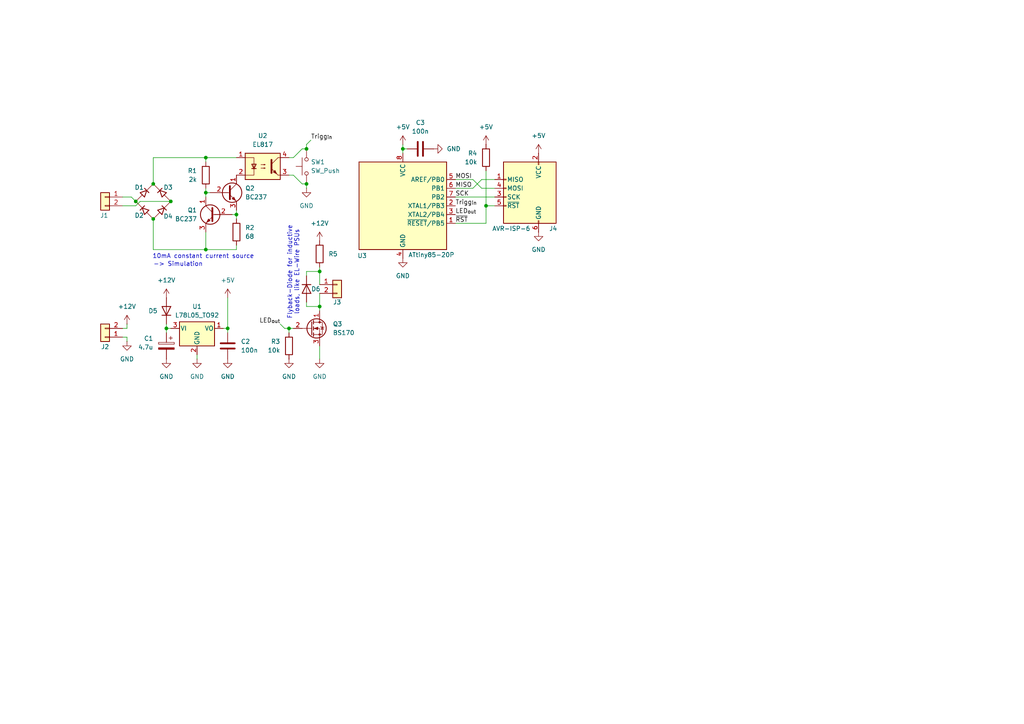
<source format=kicad_sch>
(kicad_sch (version 20231120) (generator "eeschema") (generator_version "8.0")
  (paper "A4")
  (lib_symbols
    (symbol "Connector:AVR-ISP-6" (pin_names (offset 1.016))
      (property "Reference" "J" (at -6.35 11.43 0))
      (property "Value" "AVR-ISP-6" (at 0 11.43 0))
      (symbol "AVR-ISP-6_0_1"
        (rectangle (start -2.667 -6.858) (end -2.413 -7.62))
        (rectangle (start -2.667 10.16) (end -2.413 9.398))
        (rectangle (start 7.62 -2.413) (end 6.858 -2.667))
        (rectangle (start 7.62 0.127) (end 6.858 -0.127))
        (rectangle (start 7.62 2.667) (end 6.858 2.413))
        (rectangle (start 7.62 5.207) (end 6.858 4.953))
        (rectangle (start 7.62 10.16) (end -7.62 -7.62) (stroke (width 0.254)) (fill (type background)))
      )
      (symbol "AVR-ISP-6_1_1"
        (pin passive line (at 10.16 5.08 180) (length 2.54) (name "MISO") (number "1"))
        (pin passive line (at -2.54 12.7 270) (length 2.54) (name "VCC") (number "2"))
        (pin passive line (at 10.16 0 180) (length 2.54) (name "SCK") (number "3"))
        (pin passive line (at 10.16 2.54 180) (length 2.54) (name "MOSI") (number "4"))
        (pin passive line (at 10.16 -2.54 180) (length 2.54) (name "~{RST}") (number "5"))
        (pin passive line (at -2.54 -10.16 90) (length 2.54) (name "GND") (number "6"))
      )
    )
    (symbol "Connector_Generic:Conn_01x02" (pin_names (offset 1.016) hide)
      (property "Reference" "J" (at 0 2.54 0))
      (property "Value" "Conn_01x02" (at 0 -5.08 0))
      (symbol "Conn_01x02_1_1"
        (rectangle (start -1.27 -2.413) (end 0 -2.667) (stroke (width 0.1524)))
        (rectangle (start -1.27 0.127) (end 0 -0.127) (stroke (width 0.1524)))
        (rectangle (start -1.27 1.27) (end 1.27 -3.81) (stroke (width 0.254)) (fill (type background)))
        (pin passive line (at -5.08 0 0) (length 3.81) (name "Pin_1") (number "1"))
        (pin passive line (at -5.08 -2.54 0) (length 3.81) (name "Pin_2") (number "2"))
      )
    )
    (symbol "Device:C" (pin_numbers hide) (pin_names (offset 0.254))
      (property "Reference" "C" (at 0.635 2.54 0))
      (property "Value" "C" (at 0.635 -2.54 0))
      (symbol "C_0_1"
        (polyline (pts (xy -2.032 -0.762) (xy 2.032 -0.762)) (stroke (width 0.508)))
        (polyline (pts (xy -2.032 0.762) (xy 2.032 0.762)) (stroke (width 0.508)))
      )
      (symbol "C_1_1"
        (pin passive line (at 0 3.81 270) (length 2.794) (name "~") (number "1"))
        (pin passive line (at 0 -3.81 90) (length 2.794) (name "~") (number "2"))
      )
    )
    (symbol "Device:C_Polarized" (pin_numbers hide) (pin_names (offset 0.254))
      (property "Reference" "C" (at 0.635 2.54 0))
      (property "Value" "C_Polarized" (at 0.635 -2.54 0))
      (symbol "C_Polarized_0_1"
        (rectangle (start -2.286 0.508) (end 2.286 1.016))
        (polyline (pts (xy -1.778 2.286) (xy -0.762 2.286)))
        (polyline (pts (xy -1.27 2.794) (xy -1.27 1.778)))
        (rectangle (start 2.286 -0.508) (end -2.286 -1.016) (fill (type outline)))
      )
      (symbol "C_Polarized_1_1"
        (pin passive line (at 0 3.81 270) (length 2.794) (name "~") (number "1"))
        (pin passive line (at 0 -3.81 90) (length 2.794) (name "~") (number "2"))
      )
    )
    (symbol "Device:D" (pin_numbers hide) (pin_names (offset 1.016) hide)
      (property "Reference" "D" (at 0 2.54 0))
      (property "Value" "D" (at 0 -2.54 0))
      (symbol "D_0_1"
        (polyline (pts (xy -1.27 1.27) (xy -1.27 -1.27)) (stroke (width 0.254)))
        (polyline (pts (xy 1.27 0) (xy -1.27 0)))
        (polyline (pts (xy 1.27 1.27) (xy 1.27 -1.27) (xy -1.27 0) (xy 1.27 1.27)) (stroke (width 0.254)))
      )
      (symbol "D_1_1"
        (pin passive line (at -3.81 0 0) (length 2.54) (name "K") (number "1"))
        (pin passive line (at 3.81 0 180) (length 2.54) (name "A") (number "2"))
      )
    )
    (symbol "Device:D_45deg" (pin_numbers hide) (pin_names (offset 0) hide)
      (property "Reference" "D" (at 1.27 2.54 0))
      (property "Value" "D_45deg" (at 1.27 0 0))
      (symbol "D_45deg_0_1"
        (polyline (pts (xy -0.635 0.635) (xy -2.54 2.54)))
        (polyline (pts (xy 0 -1.27) (xy 1.27 0)) (stroke (width 0.254)))
        (polyline (pts (xy 2.54 -2.54) (xy 0.635 -0.635)))
        (polyline (pts (xy -1.27 0) (xy 0 1.27) (xy 0.635 -0.635) (xy -1.27 0)) (stroke (width 0.254)))
      )
      (symbol "D_45deg_1_1"
        (pin passive line (at 2.54 -2.54 180) (length 0) (name "K") (number "1"))
        (pin passive line (at -2.54 2.54 0) (length 0) (name "A") (number "2"))
      )
    )
    (symbol "Device:R" (pin_numbers hide) (pin_names (offset 0))
      (property "Reference" "R" (at 2.032 0 90))
      (property "Value" "R" (at 0 0 90))
      (symbol "R_0_1"
        (rectangle (start -1.016 -2.54) (end 1.016 2.54) (stroke (width 0.254)))
      )
      (symbol "R_1_1"
        (pin passive line (at 0 3.81 270) (length 1.27) (name "~") (number "1"))
        (pin passive line (at 0 -3.81 90) (length 1.27) (name "~") (number "2"))
      )
    )
    (symbol "Isolator:EL817" (pin_names (offset 1.016))
      (property "Reference" "U" (at -5.08 5.08 0))
      (property "Value" "EL817" (at 0 5.08 0))
      (symbol "EL817_0_1"
        (rectangle (start -5.08 3.81) (end 5.08 -3.81) (stroke (width 0.254)) (fill (type background)))
        (polyline (pts (xy -3.175 -0.635) (xy -1.905 -0.635)) (stroke (width 0.254)))
        (polyline (pts (xy 2.54 0.635) (xy 4.445 2.54)))
        (polyline (pts (xy 4.445 -2.54) (xy 2.54 -0.635)) (fill (type outline)))
        (polyline (pts (xy 4.445 -2.54) (xy 5.08 -2.54)))
        (polyline (pts (xy 4.445 2.54) (xy 5.08 2.54)))
        (polyline (pts (xy -5.08 2.54) (xy -2.54 2.54) (xy -2.54 -0.635)))
        (polyline (pts (xy -2.54 -0.635) (xy -2.54 -2.54) (xy -5.08 -2.54)))
        (polyline (pts (xy 2.54 1.905) (xy 2.54 -1.905) (xy 2.54 -1.905)) (stroke (width 0.508)))
        (polyline (pts (xy -2.54 -0.635) (xy -3.175 0.635) (xy -1.905 0.635) (xy -2.54 -0.635)) (stroke (width 0.254)))
        (polyline (pts (xy -0.508 -0.508) (xy 0.762 -0.508) (xy 0.381 -0.635) (xy 0.381 -0.381) (xy 0.762 -0.508)))
        (polyline (pts (xy -0.508 0.508) (xy 0.762 0.508) (xy 0.381 0.381) (xy 0.381 0.635) (xy 0.762 0.508)))
        (polyline (pts (xy 3.048 -1.651) (xy 3.556 -1.143) (xy 4.064 -2.159) (xy 3.048 -1.651) (xy 3.048 -1.651)) (fill (type outline)))
      )
      (symbol "EL817_1_1"
        (pin passive line (at -7.62 2.54 0) (length 2.54) (name "~") (number "1"))
        (pin passive line (at -7.62 -2.54 0) (length 2.54) (name "~") (number "2"))
        (pin passive line (at 7.62 -2.54 180) (length 2.54) (name "~") (number "3"))
        (pin passive line (at 7.62 2.54 180) (length 2.54) (name "~") (number "4"))
      )
    )
    (symbol "MCU_Microchip_ATtiny:ATtiny85-20P"
      (property "Reference" "U" (at -12.7 13.97 0))
      (property "Value" "ATtiny85-20P" (at 2.54 -13.97 0))
      (symbol "ATtiny85-20P_0_1"
        (rectangle (start -12.7 -12.7) (end 12.7 12.7) (stroke (width 0.254)) (fill (type background)))
      )
      (symbol "ATtiny85-20P_1_1"
        (pin bidirectional line (at 15.24 -5.08 180) (length 2.54) (name "~{RESET}/PB5") (number "1"))
        (pin bidirectional line (at 15.24 0 180) (length 2.54) (name "XTAL1/PB3") (number "2"))
        (pin bidirectional line (at 15.24 -2.54 180) (length 2.54) (name "XTAL2/PB4") (number "3"))
        (pin power_in line (at 0 -15.24 90) (length 2.54) (name "GND") (number "4"))
        (pin bidirectional line (at 15.24 7.62 180) (length 2.54) (name "AREF/PB0") (number "5"))
        (pin bidirectional line (at 15.24 5.08 180) (length 2.54) (name "PB1") (number "6"))
        (pin bidirectional line (at 15.24 2.54 180) (length 2.54) (name "PB2") (number "7"))
        (pin power_in line (at 0 15.24 270) (length 2.54) (name "VCC") (number "8"))
      )
    )
    (symbol "Regulator_Linear:L78L05_TO92" (pin_names (offset 0.254))
      (property "Reference" "U" (at -3.81 3.175 0))
      (property "Value" "L78L05_TO92" (at 0 3.175 0))
      (symbol "L78L05_TO92_0_1"
        (rectangle (start -5.08 -5.08) (end 5.08 1.905) (stroke (width 0.254)) (fill (type background)))
      )
      (symbol "L78L05_TO92_1_1"
        (pin power_out line (at 7.62 0 180) (length 2.54) (name "VO") (number "1"))
        (pin power_in line (at 0 -7.62 90) (length 2.54) (name "GND") (number "2"))
        (pin power_in line (at -7.62 0 0) (length 2.54) (name "VI") (number "3"))
      )
    )
    (symbol "Switch:SW_Push" (pin_numbers hide) (pin_names (offset 1.016) hide)
      (property "Reference" "SW" (at 1.27 2.54 0))
      (property "Value" "SW_Push" (at 0 -1.524 0))
      (symbol "SW_Push_0_1"
        (circle (center -2.032 0) (radius 0.508))
        (polyline (pts (xy 0 1.27) (xy 0 3.048)))
        (polyline (pts (xy 2.54 1.27) (xy -2.54 1.27)))
        (circle (center 2.032 0) (radius 0.508))
        (pin passive line (at -5.08 0 0) (length 2.54) (name "1") (number "1"))
        (pin passive line (at 5.08 0 180) (length 2.54) (name "2") (number "2"))
      )
    )
    (symbol "Transistor_BJT:BC237" (pin_names (offset 0) hide)
      (property "Reference" "Q" (at 5.08 1.905 0))
      (property "Value" "BC237" (at 5.08 0 0))
      (symbol "BC237_0_1"
        (polyline (pts (xy 0 0) (xy 0.635 0)))
        (polyline (pts (xy 0.635 0.635) (xy 2.54 2.54)))
        (polyline (pts (xy 0.635 -0.635) (xy 2.54 -2.54) (xy 2.54 -2.54)))
        (polyline (pts (xy 0.635 1.905) (xy 0.635 -1.905) (xy 0.635 -1.905)) (stroke (width 0.508)))
        (polyline (pts (xy 1.27 -1.778) (xy 1.778 -1.27) (xy 2.286 -2.286) (xy 1.27 -1.778) (xy 1.27 -1.778)) (fill (type outline)))
        (circle (center 1.27 0) (radius 2.8194) (stroke (width 0.254)))
      )
      (symbol "BC237_1_1"
        (pin passive line (at 2.54 5.08 270) (length 2.54) (name "C") (number "1"))
        (pin input line (at -5.08 0 0) (length 5.08) (name "B") (number "2"))
        (pin passive line (at 2.54 -5.08 90) (length 2.54) (name "E") (number "3"))
      )
    )
    (symbol "Transistor_FET:BS170" (pin_names hide)
      (property "Reference" "Q" (at 5.08 1.905 0))
      (property "Value" "BS170" (at 5.08 0 0))
      (symbol "BS170_0_1"
        (polyline (pts (xy 0.254 0) (xy -2.54 0)))
        (polyline (pts (xy 0.254 1.905) (xy 0.254 -1.905)) (stroke (width 0.254)))
        (polyline (pts (xy 0.762 -1.27) (xy 0.762 -2.286)) (stroke (width 0.254)))
        (polyline (pts (xy 0.762 0.508) (xy 0.762 -0.508)) (stroke (width 0.254)))
        (polyline (pts (xy 0.762 2.286) (xy 0.762 1.27)) (stroke (width 0.254)))
        (polyline (pts (xy 2.54 2.54) (xy 2.54 1.778)))
        (polyline (pts (xy 2.54 -2.54) (xy 2.54 0) (xy 0.762 0)))
        (polyline (pts (xy 0.762 -1.778) (xy 3.302 -1.778) (xy 3.302 1.778) (xy 0.762 1.778)))
        (polyline (pts (xy 1.016 0) (xy 2.032 0.381) (xy 2.032 -0.381) (xy 1.016 0)) (fill (type outline)))
        (polyline (pts (xy 2.794 0.508) (xy 2.921 0.381) (xy 3.683 0.381) (xy 3.81 0.254)))
        (polyline (pts (xy 3.302 0.381) (xy 2.921 -0.254) (xy 3.683 -0.254) (xy 3.302 0.381)))
        (circle (center 1.651 0) (radius 2.794) (stroke (width 0.254)))
        (circle (center 2.54 -1.778) (radius 0.254) (fill (type outline)))
        (circle (center 2.54 1.778) (radius 0.254) (fill (type outline)))
      )
      (symbol "BS170_1_1"
        (pin passive line (at 2.54 5.08 270) (length 2.54) (name "D") (number "1"))
        (pin input line (at -5.08 0 0) (length 2.54) (name "G") (number "2"))
        (pin passive line (at 2.54 -5.08 90) (length 2.54) (name "S") (number "3"))
      )
    )
    (symbol "power:+12V" (power) (pin_numbers hide) (pin_names (offset 0) hide)
      (property "Value" "+12V" (at 0 3.556 0))
      (symbol "+12V_0_1"
        (polyline (pts (xy -0.762 1.27) (xy 0 2.54)))
        (polyline (pts (xy 0 0) (xy 0 2.54)))
        (polyline (pts (xy 0 2.54) (xy 0.762 1.27)))
      )
      (symbol "+12V_1_1"
        (pin power_in line (at 0 0 90) (length 0) (name "~") (number "1"))
      )
    )
    (symbol "power:+5V" (power) (pin_numbers hide) (pin_names (offset 0) hide)
      (property "Value" "+5V" (at 0 3.556 0))
      (symbol "+5V_0_1"
        (polyline (pts (xy -0.762 1.27) (xy 0 2.54)))
        (polyline (pts (xy 0 0) (xy 0 2.54)))
        (polyline (pts (xy 0 2.54) (xy 0.762 1.27)))
      )
      (symbol "+5V_1_1"
        (pin power_in line (at 0 0 90) (length 0) (name "~") (number "1"))
      )
    )
    (symbol "power:GND" (power) (pin_numbers hide) (pin_names (offset 0) hide)
      (property "Value" "GND" (at 0 -3.81 0))
      (symbol "GND_0_1"
        (polyline (pts (xy 0 0) (xy 0 -1.27) (xy 1.27 -1.27) (xy 0 -2.54) (xy -1.27 -1.27) (xy 0 -1.27)))
      )
      (symbol "GND_1_1"
        (pin power_in line (at 0 0 270) (length 0) (name "~") (number "1"))
      )
    )
  )
  (junction (at 44.45 63.5))
  (junction (at 49.53 58.42))
  (junction (at 48.26 95.25))
  (junction (at 140.97 59.69))
  (junction (at 59.69 45.72))
  (junction (at 83.82 95.25))
  (junction (at 92.71 78.74))
  (junction (at 88.9 43.18))
  (junction (at 116.84 43.18))
  (junction (at 39.37 58.42))
  (junction (at 68.58 62.23))
  (junction (at 88.9 53.34))
  (junction (at 44.45 53.34))
  (junction (at 59.69 55.88))
  (junction (at 59.69 72.39))
  (junction (at 92.71 88.9))
  (junction (at 66.04 95.25))
  (wire (pts (xy 83.82 95.25) (xy 85.09 95.25)))
  (wire (pts (xy 44.45 63.5) (xy 44.45 72.39)))
  (wire (pts (xy 35.56 95.25) (xy 36.83 95.25)))
  (wire (pts (xy 92.71 104.14) (xy 92.71 100.33)))
  (wire (pts (xy 64.77 95.25) (xy 66.04 95.25)))
  (wire (pts (xy 36.83 97.79) (xy 35.56 97.79)))
  (wire (pts (xy 36.83 99.06) (xy 36.83 97.79)))
  (wire (pts (xy 44.45 53.34) (xy 44.45 45.72)))
  (wire (pts (xy 68.58 60.96) (xy 68.58 62.23)))
  (wire (pts (xy 82.55 95.25) (xy 81.28 93.98)))
  (wire (pts (xy 48.26 95.25) (xy 49.53 95.25)))
  (wire (pts (xy 116.84 41.91) (xy 116.84 43.18)))
  (wire (pts (xy 92.71 77.47) (xy 92.71 78.74)))
  (wire (pts (xy 83.82 50.8) (xy 85.09 50.8)))
  (wire (pts (xy 132.08 64.77) (xy 140.97 64.77)))
  (wire (pts (xy 83.82 96.52) (xy 83.82 95.25)))
  (wire (pts (xy 88.9 53.34) (xy 88.9 54.61)))
  (wire (pts (xy 83.82 45.72) (xy 85.09 45.72)))
  (wire (pts (xy 139.7 52.07) (xy 137.16 54.61)))
  (wire (pts (xy 132.08 52.07) (xy 137.16 52.07)))
  (wire (pts (xy 59.69 46.99) (xy 59.69 45.72)))
  (wire (pts (xy 66.04 86.36) (xy 66.04 95.25)))
  (wire (pts (xy 59.69 55.88) (xy 59.69 57.15)))
  (wire (pts (xy 88.9 87.63) (xy 88.9 88.9)))
  (wire (pts (xy 40.64 58.42) (xy 49.53 58.42)))
  (wire (pts (xy 140.97 59.69) (xy 140.97 64.77)))
  (wire (pts (xy 59.69 45.72) (xy 68.58 45.72)))
  (wire (pts (xy 88.9 78.74) (xy 88.9 80.01)))
  (wire (pts (xy 44.45 45.72) (xy 59.69 45.72)))
  (wire (pts (xy 92.71 78.74) (xy 92.71 82.55)))
  (wire (pts (xy 132.08 57.15) (xy 143.51 57.15)))
  (wire (pts (xy 88.9 41.91) (xy 88.9 43.18)))
  (wire (pts (xy 68.58 71.12) (xy 68.58 72.39)))
  (wire (pts (xy 88.9 41.91) (xy 90.17 40.64)))
  (wire (pts (xy 87.63 53.34) (xy 88.9 53.34)))
  (wire (pts (xy 68.58 72.39) (xy 59.69 72.39)))
  (wire (pts (xy 82.55 95.25) (xy 83.82 95.25)))
  (wire (pts (xy 48.26 93.98) (xy 48.26 95.25)))
  (wire (pts (xy 139.7 54.61) (xy 143.51 54.61)))
  (wire (pts (xy 68.58 62.23) (xy 68.58 63.5)))
  (wire (pts (xy 59.69 55.88) (xy 60.96 55.88)))
  (wire (pts (xy 39.37 59.69) (xy 40.64 58.42)))
  (wire (pts (xy 92.71 85.09) (xy 92.71 88.9)))
  (wire (pts (xy 116.84 43.18) (xy 116.84 44.45)))
  (wire (pts (xy 35.56 59.69) (xy 39.37 59.69)))
  (wire (pts (xy 35.56 57.15) (xy 38.1 57.15)))
  (wire (pts (xy 59.69 72.39) (xy 59.69 67.31)))
  (wire (pts (xy 59.69 54.61) (xy 59.69 55.88)))
  (wire (pts (xy 44.45 72.39) (xy 59.69 72.39)))
  (wire (pts (xy 139.7 54.61) (xy 137.16 52.07)))
  (wire (pts (xy 139.7 52.07) (xy 143.51 52.07)))
  (wire (pts (xy 118.11 43.18) (xy 116.84 43.18)))
  (wire (pts (xy 88.9 78.74) (xy 92.71 78.74)))
  (wire (pts (xy 85.09 50.8) (xy 87.63 53.34)))
  (wire (pts (xy 66.04 95.25) (xy 66.04 96.52)))
  (wire (pts (xy 67.31 62.23) (xy 68.58 62.23)))
  (wire (pts (xy 140.97 49.53) (xy 140.97 59.69)))
  (wire (pts (xy 85.09 45.72) (xy 87.63 43.18)))
  (wire (pts (xy 48.26 95.25) (xy 48.26 96.52)))
  (wire (pts (xy 132.08 54.61) (xy 137.16 54.61)))
  (wire (pts (xy 88.9 88.9) (xy 92.71 88.9)))
  (wire (pts (xy 36.83 95.25) (xy 36.83 93.98)))
  (wire (pts (xy 140.97 59.69) (xy 143.51 59.69)))
  (wire (pts (xy 87.63 43.18) (xy 88.9 43.18)))
  (wire (pts (xy 92.71 88.9) (xy 92.71 90.17)))
  (wire (pts (xy 57.15 104.14) (xy 57.15 102.87)))
  (wire (pts (xy 38.1 57.15) (xy 39.37 58.42)))
  (text "Flyback-Diode for inductive\nloads, like EL-Wire PSUs" (at 85.09 78.994 90) (effects (font (size 1.27 1.27))))
  (text "-> Simulation" (at 44.45 76.708 0) (effects (font (size 1.27 1.27)) (justify left)))
  (text "10mA constant current source" (at 44.196 74.422 0) (effects (font (size 1.27 1.27)) (justify left)))
  (label "LED_{out}" (at 81.28 93.98 180))
  (label "LED_{out}" (at 132.08 62.23 0))
  (label "Trigg_{in}" (at 132.08 59.69 0))
  (label "MOSI" (at 132.08 52.07 0))
  (label "MISO" (at 132.08 54.61 0))
  (label "SCK" (at 132.08 57.15 0))
  (label "~{RST}" (at 132.08 64.77 0))
  (label "Trigg_{in}" (at 90.17 40.64 0))
  (symbol (lib_id "Device:C") (at 121.92 43.18 90) (unit 1)
    (property "Reference" "C3" (at 121.92 35.56 90))
    (property "Value" "100n" (at 121.92 38.1 90))
    (property "Footprint" "Resistor_THT:R_Axial_DIN0207_L6.3mm_D2.5mm_P10.16mm_Horizontal" (effects (hide yes)))
    (property "Description" "Unpolarized capacitor" (effects (hide yes)))
  )
  (symbol (lib_id "Device:R") (at 83.82 100.33 0) (mirror y) (unit 1)
    (property "Reference" "R3" (at 81.28 99.0599 0) (effects (justify left)))
    (property "Value" "10k" (at 81.28 101.5999 0) (effects (justify left)))
    (property "Footprint" "Resistor_THT:R_Axial_DIN0207_L6.3mm_D2.5mm_P10.16mm_Horizontal" (effects (hide yes)))
    (property "Description" "Resistor" (effects (hide yes)))
  )
  (symbol (lib_id "Device:C") (at 66.04 100.33 180) (unit 1)
    (property "Reference" "C2" (at 69.85 99.0599 0) (effects (justify right)))
    (property "Value" "100n" (at 69.85 101.5999 0) (effects (justify right)))
    (property "Footprint" "Capacitor_THT:C_Disc_D3.0mm_W2.0mm_P2.50mm" (effects (hide yes)))
    (property "Description" "Unpolarized capacitor" (effects (hide yes)))
  )
  (symbol (lib_id "power:GND") (at 48.26 104.14 0) (unit 1)
    (property "Reference" "#PWR04" (effects (hide yes)))
    (property "Value" "GND" (at 48.26 109.22 0))
    (property "Description" "Power symbol creates a global label with name \"GND\" , ground" (effects (hide yes)))
  )
  (symbol (lib_id "Device:D_45deg") (at 46.99 55.88 180) (unit 1)
    (property "Reference" "D3" (at 48.768 54.356 0))
    (property "Value" "D_45deg" (effects (hide yes)))
    (property "Footprint" "Diode_THT:D_A-405_P7.62mm_Horizontal" (effects (hide yes)))
    (property "Description" "Diode, rotated by 45°" (effects (hide yes)))
    (property "Sim.Device" "D" (effects (hide yes)))
    (property "Sim.Pins" "1=K 2=A" (effects (hide yes)))
  )
  (symbol (lib_id "Regulator_Linear:L78L05_TO92") (at 57.15 95.25 0) (unit 1)
    (property "Reference" "U1" (at 57.15 88.9 0))
    (property "Value" "L78L05_TO92" (at 57.15 91.44 0))
    (property "Footprint" "Package_TO_SOT_THT:TO-92_Inline_Wide" (effects (hide yes)))
    (property "Datasheet" "http://www.st.com/content/ccc/resource/technical/document/datasheet/15/55/e5/aa/23/5b/43/fd/CD00000446.pdf/files/CD00000446.pdf/jcr:content/translations/en.CD00000446.pdf" (effects (hide yes)))
    (property "Description" "Positive 100mA 30V Linear Regulator, Fixed Output 5V, TO-92" (effects (hide yes)))
  )
  (symbol (lib_id "Device:D") (at 48.26 90.17 270) (mirror x) (unit 1)
    (property "Reference" "D5" (at 45.72 90.17 90) (effects (justify right)))
    (property "Value" "D" (effects (hide yes)))
    (property "Footprint" "Diode_THT:D_DO-15_P10.16mm_Horizontal" (effects (hide yes)))
    (property "Description" "Diode" (effects (hide yes)))
    (property "Sim.Device" "D" (effects (hide yes)))
    (property "Sim.Pins" "1=K 2=A" (effects (hide yes)))
  )
  (symbol (lib_id "power:+5V") (at 156.21 44.45 0) (mirror y) (unit 1)
    (property "Reference" "#PWR016" (effects (hide yes)))
    (property "Value" "+5V" (at 156.21 39.37 0))
    (property "Description" "Power symbol creates a global label with name \"+5V\"" (effects (hide yes)))
  )
  (symbol (lib_id "Device:R") (at 68.58 67.31 0) (unit 1)
    (property "Reference" "R2" (at 71.12 66.0399 0) (effects (justify left)))
    (property "Value" "68" (at 71.12 68.5799 0) (effects (justify left)))
    (property "Footprint" "Resistor_THT:R_Axial_DIN0207_L6.3mm_D2.5mm_P10.16mm_Horizontal" (effects (hide yes)))
    (property "Description" "Resistor" (effects (hide yes)))
  )
  (symbol (lib_id "Switch:SW_Push") (at 88.9 48.26 90) (unit 1)
    (property "Reference" "SW1" (at 90.17 46.9899 90) (effects (justify right)))
    (property "Value" "SW_Push" (at 90.17 49.5299 90) (effects (justify right)))
    (property "Footprint" "Button_Switch_THT:SW_PUSH_6mm" (effects (hide yes)))
    (property "Description" "Push button switch, generic, two pins" (effects (hide yes)))
  )
  (symbol (lib_id "power:GND") (at 36.83 99.06 0) (unit 1)
    (property "Reference" "#PWR02" (effects (hide yes)))
    (property "Value" "GND" (at 36.83 104.14 0))
    (property "Description" "Power symbol creates a global label with name \"GND\" , ground" (effects (hide yes)))
  )
  (symbol (lib_id "Device:D_45deg") (at 41.91 60.96 180) (unit 1)
    (property "Reference" "D2" (at 40.386 62.484 0))
    (property "Value" "D_45deg" (effects (hide yes)))
    (property "Footprint" "Diode_THT:D_A-405_P7.62mm_Horizontal" (effects (hide yes)))
    (property "Description" "Diode, rotated by 45°" (effects (hide yes)))
    (property "Sim.Device" "D" (effects (hide yes)))
    (property "Sim.Pins" "1=K 2=A" (effects (hide yes)))
  )
  (symbol (lib_id "Isolator:EL817") (at 76.2 48.26 0) (unit 1)
    (property "Reference" "U2" (at 76.2 39.37 0))
    (property "Value" "EL817" (at 76.2 41.91 0))
    (property "Footprint" "Package_DIP:DIP-4_W7.62mm" (effects (hide yes)))
    (property "Datasheet" "http://www.everlight.com/file/ProductFile/EL817.pdf" (effects (hide yes)))
    (property "Description" "DC Optocoupler, Vce 35V, DIP-4" (effects (hide yes)))
  )
  (symbol (lib_id "Device:C_Polarized") (at 48.26 100.33 0) (mirror y) (unit 1)
    (property "Reference" "C1" (at 44.45 98.1709 0) (effects (justify left)))
    (property "Value" "4.7u" (at 44.45 100.7109 0) (effects (justify left)))
    (property "Footprint" "Capacitor_THT:CP_Radial_D5.0mm_P2.50mm" (effects (hide yes)))
    (property "Description" "Polarized capacitor" (effects (hide yes)))
  )
  (symbol (lib_id "power:GND") (at 92.71 104.14 0) (unit 1)
    (property "Reference" "#PWR011" (effects (hide yes)))
    (property "Value" "GND" (at 92.71 109.22 0))
    (property "Description" "Power symbol creates a global label with name \"GND\" , ground" (effects (hide yes)))
  )
  (symbol (lib_id "Connector_Generic:Conn_01x02") (at 30.48 97.79 180) (unit 1)
    (property "Reference" "J2" (at 30.48 100.584 0))
    (property "Value" "Conn_01x02" (effects (hide yes)))
    (property "Footprint" "Connector_Molex:Molex_KK-254_AE-6410-02A_1x02_P2.54mm_Vertical" (effects (hide yes)))
    (property "Description" "Generic connector, single row, 01x02, script generated (kicad-library-utils/schlib/autogen/connector/)" (effects (hide yes)))
  )
  (symbol (lib_id "MCU_Microchip_ATtiny:ATtiny85-20P") (at 116.84 59.69 0) (unit 1)
    (property "Reference" "U3" (at 106.426 74.168 0) (effects (justify right)))
    (property "Value" "ATtiny85-20P" (at 131.826 73.914 0) (effects (justify right)))
    (property "Footprint" "Package_DIP:DIP-8_W7.62mm" (effects (hide yes)))
    (property "Datasheet" "http://ww1.microchip.com/downloads/en/DeviceDoc/atmel-2586-avr-8-bit-microcontroller-attiny25-attiny45-attiny85_datasheet.pdf" (effects (hide yes)))
    (property "Description" "20MHz, 8kB Flash, 512B SRAM, 512B EEPROM, debugWIRE, DIP-8" (effects (hide yes)))
  )
  (symbol (lib_id "Device:D_45deg") (at 41.91 55.88 90) (unit 1)
    (property "Reference" "D1" (at 40.386 54.356 90))
    (property "Value" "D_45deg" (effects (hide yes)))
    (property "Footprint" "Diode_THT:D_A-405_P7.62mm_Horizontal" (effects (hide yes)))
    (property "Description" "Diode, rotated by 45°" (effects (hide yes)))
    (property "Sim.Device" "D" (effects (hide yes)))
    (property "Sim.Pins" "1=K 2=A" (effects (hide yes)))
  )
  (symbol (lib_id "power:+12V") (at 92.71 69.85 0) (unit 1)
    (property "Reference" "#PWR010" (effects (hide yes)))
    (property "Value" "+12V" (at 92.71 64.77 0))
    (property "Description" "Power symbol creates a global label with name \"+12V\"" (effects (hide yes)))
  )
  (symbol (lib_id "Device:D_45deg") (at 46.99 60.96 90) (unit 1)
    (property "Reference" "D4" (at 48.768 62.738 90))
    (property "Value" "D_45deg" (effects (hide yes)))
    (property "Footprint" "Diode_THT:D_A-405_P7.62mm_Horizontal" (effects (hide yes)))
    (property "Description" "Diode, rotated by 45°" (effects (hide yes)))
    (property "Sim.Device" "D" (effects (hide yes)))
    (property "Sim.Pins" "1=K 2=A" (effects (hide yes)))
  )
  (symbol (lib_id "Connector_Generic:Conn_01x02") (at 97.79 82.55 0) (unit 1)
    (property "Reference" "J3" (at 97.79 87.63 0))
    (property "Value" "Conn_01x02" (effects (hide yes)))
    (property "Footprint" "Connector_Molex:Molex_KK-254_AE-6410-02A_1x02_P2.54mm_Vertical" (effects (hide yes)))
    (property "Description" "Generic connector, single row, 01x02, script generated (kicad-library-utils/schlib/autogen/connector/)" (effects (hide yes)))
  )
  (symbol (lib_id "Transistor_FET:BS170") (at 90.17 95.25 0) (unit 1)
    (property "Reference" "Q3" (at 96.52 93.9799 0) (effects (justify left)))
    (property "Value" "BS170" (at 96.52 96.5199 0) (effects (justify left)))
    (property "Footprint" "Package_TO_SOT_THT:TO-92_Inline_Wide" (effects (hide yes)))
    (property "Datasheet" "https://www.onsemi.com/pub/Collateral/BS170-D.PDF" (effects (hide yes)))
    (property "Description" "0.5A Id, 60V Vds, N-Channel MOSFET, TO-92" (effects (hide yes)))
  )
  (symbol (lib_id "power:GND") (at 83.82 104.14 0) (unit 1)
    (property "Reference" "#PWR09" (effects (hide yes)))
    (property "Value" "GND" (at 83.82 109.22 0))
    (property "Description" "Power symbol creates a global label with name \"GND\" , ground" (effects (hide yes)))
  )
  (symbol (lib_id "power:GND") (at 125.73 43.18 90) (unit 1)
    (property "Reference" "#PWR014" (effects (hide yes)))
    (property "Value" "GND" (at 129.54 43.1799 90) (effects (justify right)))
    (property "Description" "Power symbol creates a global label with name \"GND\" , ground" (effects (hide yes)))
  )
  (symbol (lib_id "Device:R") (at 140.97 45.72 0) (mirror y) (unit 1)
    (property "Reference" "R4" (at 138.43 44.4499 0) (effects (justify left)))
    (property "Value" "10k" (at 138.43 46.9899 0) (effects (justify left)))
    (property "Footprint" "Resistor_THT:R_Axial_DIN0207_L6.3mm_D2.5mm_P10.16mm_Horizontal" (effects (hide yes)))
    (property "Description" "Resistor" (effects (hide yes)))
  )
  (symbol (lib_id "power:GND") (at 88.9 54.61 0) (unit 1)
    (property "Reference" "#PWR08" (effects (hide yes)))
    (property "Value" "GND" (at 88.9 59.69 0))
    (property "Description" "Power symbol creates a global label with name \"GND\" , ground" (effects (hide yes)))
  )
  (symbol (lib_id "Transistor_BJT:BC237") (at 66.04 55.88 0) (unit 1)
    (property "Reference" "Q2" (at 71.12 54.6099 0) (effects (justify left)))
    (property "Value" "BC237" (at 71.12 57.1499 0) (effects (justify left)))
    (property "Footprint" "Package_TO_SOT_THT:TO-92_Inline_Wide" (effects (hide yes)))
    (property "Datasheet" "http://www.onsemi.com/pub_link/Collateral/BC237-D.PDF" (effects (hide yes)))
    (property "Description" "100mA Ic, 50V Vce, Epitaxial Silicon NPN Transistor, TO-92" (effects (hide yes)))
  )
  (symbol (lib_id "power:+5V") (at 116.84 41.91 0) (unit 1)
    (property "Reference" "#PWR012" (effects (hide yes)))
    (property "Value" "+5V" (at 116.84 36.83 0))
    (property "Description" "Power symbol creates a global label with name \"+5V\"" (effects (hide yes)))
  )
  (symbol (lib_id "power:GND") (at 57.15 104.14 0) (unit 1)
    (property "Reference" "#PWR05" (effects (hide yes)))
    (property "Value" "GND" (at 57.15 109.22 0))
    (property "Description" "Power symbol creates a global label with name \"GND\" , ground" (effects (hide yes)))
  )
  (symbol (lib_id "power:GND") (at 66.04 104.14 0) (unit 1)
    (property "Reference" "#PWR07" (effects (hide yes)))
    (property "Value" "GND" (at 66.04 109.22 0))
    (property "Description" "Power symbol creates a global label with name \"GND\" , ground" (effects (hide yes)))
  )
  (symbol (lib_id "Device:R") (at 92.71 73.66 0) (unit 1)
    (property "Reference" "R5" (at 95.25 73.66 0) (effects (justify left)))
    (property "Footprint" "Resistor_THT:R_Axial_DIN0411_L9.9mm_D3.6mm_P5.08mm_Vertical" (effects (hide yes)))
    (property "Description" "Resistor" (effects (hide yes)))
  )
  (symbol (lib_id "Connector_Generic:Conn_01x02") (at 30.48 57.15 0) (mirror y) (unit 1)
    (property "Reference" "J1" (at 30.226 62.484 0))
    (property "Value" "Conn_01x02" (effects (hide yes)))
    (property "Footprint" "Connector_JST:JST_EH_B2B-EH-A_1x02_P2.50mm_Vertical" (effects (hide yes)))
    (property "Description" "Generic connector, single row, 01x02, script generated (kicad-library-utils/schlib/autogen/connector/)" (effects (hide yes)))
  )
  (symbol (lib_id "power:+12V") (at 48.26 86.36 0) (unit 1)
    (property "Reference" "#PWR03" (effects (hide yes)))
    (property "Value" "+12V" (at 48.26 81.28 0))
    (property "Description" "Power symbol creates a global label with name \"+12V\"" (effects (hide yes)))
  )
  (symbol (lib_id "Transistor_BJT:BC237") (at 62.23 62.23 0) (mirror y) (unit 1)
    (property "Reference" "Q1" (at 57.15 60.9599 0) (effects (justify left)))
    (property "Value" "BC237" (at 57.15 63.4999 0) (effects (justify left)))
    (property "Footprint" "Package_TO_SOT_THT:TO-92_Inline_Wide" (effects (hide yes)))
    (property "Datasheet" "http://www.onsemi.com/pub_link/Collateral/BC237-D.PDF" (effects (hide yes)))
    (property "Description" "100mA Ic, 50V Vce, Epitaxial Silicon NPN Transistor, TO-92" (effects (hide yes)))
  )
  (symbol (lib_id "power:+5V") (at 66.04 86.36 0) (unit 1)
    (property "Reference" "#PWR06" (effects (hide yes)))
    (property "Value" "+5V" (at 66.04 81.28 0))
    (property "Description" "Power symbol creates a global label with name \"+5V\"" (effects (hide yes)))
  )
  (symbol (lib_id "power:GND") (at 116.84 74.93 0) (unit 1)
    (property "Reference" "#PWR013" (effects (hide yes)))
    (property "Value" "GND" (at 116.84 80.01 0))
    (property "Description" "Power symbol creates a global label with name \"GND\" , ground" (effects (hide yes)))
  )
  (symbol (lib_id "Device:R") (at 59.69 50.8 0) (mirror y) (unit 1)
    (property "Reference" "R1" (at 57.15 49.5299 0) (effects (justify left)))
    (property "Value" "2k" (at 57.15 52.0699 0) (effects (justify left)))
    (property "Footprint" "Resistor_THT:R_Axial_DIN0207_L6.3mm_D2.5mm_P10.16mm_Horizontal" (effects (hide yes)))
    (property "Description" "Resistor" (effects (hide yes)))
  )
  (symbol (lib_id "Device:D") (at 88.9 83.82 270) (unit 1)
    (property "Reference" "D6" (at 92.964 83.82 90) (effects (justify right)))
    (property "Value" "D" (effects (hide yes)))
    (property "Footprint" "Diode_THT:D_A-405_P10.16mm_Horizontal" (effects (hide yes)))
    (property "Description" "Diode" (effects (hide yes)))
    (property "Sim.Device" "D" (effects (hide yes)))
    (property "Sim.Pins" "1=K 2=A" (effects (hide yes)))
  )
  (symbol (lib_id "Connector:AVR-ISP-6") (at 153.67 57.15 0) (mirror y) (unit 1)
    (property "Reference" "J4" (at 159.258 66.294 0) (effects (justify right)))
    (property "Value" "AVR-ISP-6" (at 142.748 66.294 0) (effects (justify right)))
    (property "Footprint" "Connector_IDC:IDC-Header_2x03_P2.54mm_Vertical" (effects (hide yes)))
    (property "Description" "Atmel 6-pin ISP connector" (effects (hide yes)))
  )
  (symbol (lib_id "power:GND") (at 156.21 67.31 0) (mirror y) (unit 1)
    (property "Reference" "#PWR017" (effects (hide yes)))
    (property "Value" "GND" (at 156.21 72.39 0))
    (property "Description" "Power symbol creates a global label with name \"GND\" , ground" (effects (hide yes)))
  )
  (symbol (lib_id "power:+5V") (at 140.97 41.91 0) (unit 1)
    (property "Reference" "#PWR015" (effects (hide yes)))
    (property "Value" "+5V" (at 140.97 36.83 0))
    (property "Description" "Power symbol creates a global label with name \"+5V\"" (effects (hide yes)))
  )
  (symbol (lib_id "power:+12V") (at 36.83 93.98 0) (unit 1)
    (property "Reference" "#PWR01" (effects (hide yes)))
    (property "Value" "+12V" (at 36.83 88.9 0))
    (property "Description" "Power symbol creates a global label with name \"+12V\"" (effects (hide yes)))
  )
)
</source>
